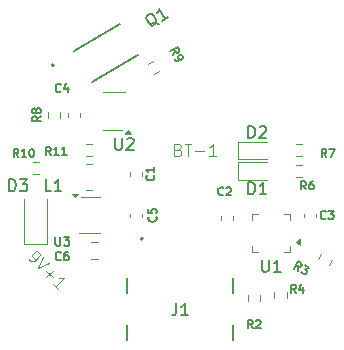
<source format=gbr>
%TF.GenerationSoftware,KiCad,Pcbnew,9.0.6*%
%TF.CreationDate,2026-01-04T02:45:32-08:00*%
%TF.ProjectId,flashlight adapter,666c6173-686c-4696-9768-742061646170,rev?*%
%TF.SameCoordinates,Original*%
%TF.FileFunction,Legend,Top*%
%TF.FilePolarity,Positive*%
%FSLAX46Y46*%
G04 Gerber Fmt 4.6, Leading zero omitted, Abs format (unit mm)*
G04 Created by KiCad (PCBNEW 9.0.6) date 2026-01-04 02:45:32*
%MOMM*%
%LPD*%
G01*
G04 APERTURE LIST*
%ADD10C,0.150000*%
%ADD11C,0.100000*%
%ADD12C,0.120000*%
%ADD13C,0.127000*%
%ADD14C,0.200000*%
G04 APERTURE END LIST*
D10*
X152425595Y-100284819D02*
X152425595Y-101094342D01*
X152425595Y-101094342D02*
X152473214Y-101189580D01*
X152473214Y-101189580D02*
X152520833Y-101237200D01*
X152520833Y-101237200D02*
X152616071Y-101284819D01*
X152616071Y-101284819D02*
X152806547Y-101284819D01*
X152806547Y-101284819D02*
X152901785Y-101237200D01*
X152901785Y-101237200D02*
X152949404Y-101189580D01*
X152949404Y-101189580D02*
X152997023Y-101094342D01*
X152997023Y-101094342D02*
X152997023Y-100284819D01*
X153997023Y-101284819D02*
X153425595Y-101284819D01*
X153711309Y-101284819D02*
X153711309Y-100284819D01*
X153711309Y-100284819D02*
X153616071Y-100427676D01*
X153616071Y-100427676D02*
X153520833Y-100522914D01*
X153520833Y-100522914D02*
X153425595Y-100570533D01*
X143692549Y-80273982D02*
X143586261Y-80280362D01*
X143586261Y-80280362D02*
X143456164Y-80245502D01*
X143456164Y-80245502D02*
X143261017Y-80193213D01*
X143261017Y-80193213D02*
X143154729Y-80199593D01*
X143154729Y-80199593D02*
X143072250Y-80247212D01*
X143232537Y-80429599D02*
X143126249Y-80435978D01*
X143126249Y-80435978D02*
X142996152Y-80401119D01*
X142996152Y-80401119D02*
X142859674Y-80259971D01*
X142859674Y-80259971D02*
X142693008Y-79971296D01*
X142693008Y-79971296D02*
X142639009Y-79782529D01*
X142639009Y-79782529D02*
X142673868Y-79652432D01*
X142673868Y-79652432D02*
X142732537Y-79563573D01*
X142732537Y-79563573D02*
X142897495Y-79468335D01*
X142897495Y-79468335D02*
X143003783Y-79461955D01*
X143003783Y-79461955D02*
X143133880Y-79496815D01*
X143133880Y-79496815D02*
X143270358Y-79637963D01*
X143270358Y-79637963D02*
X143437024Y-79926638D01*
X143437024Y-79926638D02*
X143491023Y-80115405D01*
X143491023Y-80115405D02*
X143456164Y-80245502D01*
X143456164Y-80245502D02*
X143397495Y-80334361D01*
X143397495Y-80334361D02*
X143232537Y-80429599D01*
X144428477Y-79739122D02*
X143933606Y-80024837D01*
X144181041Y-79881980D02*
X143681041Y-79015954D01*
X143681041Y-79015954D02*
X143669991Y-79187291D01*
X143669991Y-79187291D02*
X143635132Y-79317389D01*
X143635132Y-79317389D02*
X143576463Y-79406247D01*
X145166666Y-103954819D02*
X145166666Y-104669104D01*
X145166666Y-104669104D02*
X145119047Y-104811961D01*
X145119047Y-104811961D02*
X145023809Y-104907200D01*
X145023809Y-104907200D02*
X144880952Y-104954819D01*
X144880952Y-104954819D02*
X144785714Y-104954819D01*
X146166666Y-104954819D02*
X145595238Y-104954819D01*
X145880952Y-104954819D02*
X145880952Y-103954819D01*
X145880952Y-103954819D02*
X145785714Y-104097676D01*
X145785714Y-104097676D02*
X145690476Y-104192914D01*
X145690476Y-104192914D02*
X145595238Y-104240533D01*
D11*
X145345238Y-90933609D02*
X145488095Y-90981228D01*
X145488095Y-90981228D02*
X145535714Y-91028847D01*
X145535714Y-91028847D02*
X145583333Y-91124085D01*
X145583333Y-91124085D02*
X145583333Y-91266942D01*
X145583333Y-91266942D02*
X145535714Y-91362180D01*
X145535714Y-91362180D02*
X145488095Y-91409800D01*
X145488095Y-91409800D02*
X145392857Y-91457419D01*
X145392857Y-91457419D02*
X145011905Y-91457419D01*
X145011905Y-91457419D02*
X145011905Y-90457419D01*
X145011905Y-90457419D02*
X145345238Y-90457419D01*
X145345238Y-90457419D02*
X145440476Y-90505038D01*
X145440476Y-90505038D02*
X145488095Y-90552657D01*
X145488095Y-90552657D02*
X145535714Y-90647895D01*
X145535714Y-90647895D02*
X145535714Y-90743133D01*
X145535714Y-90743133D02*
X145488095Y-90838371D01*
X145488095Y-90838371D02*
X145440476Y-90885990D01*
X145440476Y-90885990D02*
X145345238Y-90933609D01*
X145345238Y-90933609D02*
X145011905Y-90933609D01*
X145869048Y-90457419D02*
X146440476Y-90457419D01*
X146154762Y-91457419D02*
X146154762Y-90457419D01*
X146773810Y-91076466D02*
X147535715Y-91076466D01*
X148535714Y-91457419D02*
X147964286Y-91457419D01*
X148250000Y-91457419D02*
X148250000Y-90457419D01*
X148250000Y-90457419D02*
X148154762Y-90600276D01*
X148154762Y-90600276D02*
X148059524Y-90695514D01*
X148059524Y-90695514D02*
X147964286Y-90743133D01*
D10*
X151280655Y-89954819D02*
X151280655Y-88954819D01*
X151280655Y-88954819D02*
X151518750Y-88954819D01*
X151518750Y-88954819D02*
X151661607Y-89002438D01*
X151661607Y-89002438D02*
X151756845Y-89097676D01*
X151756845Y-89097676D02*
X151804464Y-89192914D01*
X151804464Y-89192914D02*
X151852083Y-89383390D01*
X151852083Y-89383390D02*
X151852083Y-89526247D01*
X151852083Y-89526247D02*
X151804464Y-89716723D01*
X151804464Y-89716723D02*
X151756845Y-89811961D01*
X151756845Y-89811961D02*
X151661607Y-89907200D01*
X151661607Y-89907200D02*
X151518750Y-89954819D01*
X151518750Y-89954819D02*
X151280655Y-89954819D01*
X152233036Y-89050057D02*
X152280655Y-89002438D01*
X152280655Y-89002438D02*
X152375893Y-88954819D01*
X152375893Y-88954819D02*
X152613988Y-88954819D01*
X152613988Y-88954819D02*
X152709226Y-89002438D01*
X152709226Y-89002438D02*
X152756845Y-89050057D01*
X152756845Y-89050057D02*
X152804464Y-89145295D01*
X152804464Y-89145295D02*
X152804464Y-89240533D01*
X152804464Y-89240533D02*
X152756845Y-89383390D01*
X152756845Y-89383390D02*
X152185417Y-89954819D01*
X152185417Y-89954819D02*
X152804464Y-89954819D01*
X151280655Y-94704819D02*
X151280655Y-93704819D01*
X151280655Y-93704819D02*
X151518750Y-93704819D01*
X151518750Y-93704819D02*
X151661607Y-93752438D01*
X151661607Y-93752438D02*
X151756845Y-93847676D01*
X151756845Y-93847676D02*
X151804464Y-93942914D01*
X151804464Y-93942914D02*
X151852083Y-94133390D01*
X151852083Y-94133390D02*
X151852083Y-94276247D01*
X151852083Y-94276247D02*
X151804464Y-94466723D01*
X151804464Y-94466723D02*
X151756845Y-94561961D01*
X151756845Y-94561961D02*
X151661607Y-94657200D01*
X151661607Y-94657200D02*
X151518750Y-94704819D01*
X151518750Y-94704819D02*
X151280655Y-94704819D01*
X152804464Y-94704819D02*
X152233036Y-94704819D01*
X152518750Y-94704819D02*
X152518750Y-93704819D01*
X152518750Y-93704819D02*
X152423512Y-93847676D01*
X152423512Y-93847676D02*
X152328274Y-93942914D01*
X152328274Y-93942914D02*
X152233036Y-93990533D01*
X157883333Y-91566033D02*
X157650000Y-91232700D01*
X157483333Y-91566033D02*
X157483333Y-90866033D01*
X157483333Y-90866033D02*
X157750000Y-90866033D01*
X157750000Y-90866033D02*
X157816667Y-90899366D01*
X157816667Y-90899366D02*
X157850000Y-90932700D01*
X157850000Y-90932700D02*
X157883333Y-90999366D01*
X157883333Y-90999366D02*
X157883333Y-91099366D01*
X157883333Y-91099366D02*
X157850000Y-91166033D01*
X157850000Y-91166033D02*
X157816667Y-91199366D01*
X157816667Y-91199366D02*
X157750000Y-91232700D01*
X157750000Y-91232700D02*
X157483333Y-91232700D01*
X158116667Y-90866033D02*
X158583333Y-90866033D01*
X158583333Y-90866033D02*
X158283333Y-91566033D01*
X156152083Y-94316033D02*
X155918750Y-93982700D01*
X155752083Y-94316033D02*
X155752083Y-93616033D01*
X155752083Y-93616033D02*
X156018750Y-93616033D01*
X156018750Y-93616033D02*
X156085417Y-93649366D01*
X156085417Y-93649366D02*
X156118750Y-93682700D01*
X156118750Y-93682700D02*
X156152083Y-93749366D01*
X156152083Y-93749366D02*
X156152083Y-93849366D01*
X156152083Y-93849366D02*
X156118750Y-93916033D01*
X156118750Y-93916033D02*
X156085417Y-93949366D01*
X156085417Y-93949366D02*
X156018750Y-93982700D01*
X156018750Y-93982700D02*
X155752083Y-93982700D01*
X156752083Y-93616033D02*
X156618750Y-93616033D01*
X156618750Y-93616033D02*
X156552083Y-93649366D01*
X156552083Y-93649366D02*
X156518750Y-93682700D01*
X156518750Y-93682700D02*
X156452083Y-93782700D01*
X156452083Y-93782700D02*
X156418750Y-93916033D01*
X156418750Y-93916033D02*
X156418750Y-94182700D01*
X156418750Y-94182700D02*
X156452083Y-94249366D01*
X156452083Y-94249366D02*
X156485417Y-94282700D01*
X156485417Y-94282700D02*
X156552083Y-94316033D01*
X156552083Y-94316033D02*
X156685417Y-94316033D01*
X156685417Y-94316033D02*
X156752083Y-94282700D01*
X156752083Y-94282700D02*
X156785417Y-94249366D01*
X156785417Y-94249366D02*
X156818750Y-94182700D01*
X156818750Y-94182700D02*
X156818750Y-94016033D01*
X156818750Y-94016033D02*
X156785417Y-93949366D01*
X156785417Y-93949366D02*
X156752083Y-93916033D01*
X156752083Y-93916033D02*
X156685417Y-93882700D01*
X156685417Y-93882700D02*
X156552083Y-93882700D01*
X156552083Y-93882700D02*
X156485417Y-93916033D01*
X156485417Y-93916033D02*
X156452083Y-93949366D01*
X156452083Y-93949366D02*
X156418750Y-94016033D01*
X139988095Y-89954819D02*
X139988095Y-90764342D01*
X139988095Y-90764342D02*
X140035714Y-90859580D01*
X140035714Y-90859580D02*
X140083333Y-90907200D01*
X140083333Y-90907200D02*
X140178571Y-90954819D01*
X140178571Y-90954819D02*
X140369047Y-90954819D01*
X140369047Y-90954819D02*
X140464285Y-90907200D01*
X140464285Y-90907200D02*
X140511904Y-90859580D01*
X140511904Y-90859580D02*
X140559523Y-90764342D01*
X140559523Y-90764342D02*
X140559523Y-89954819D01*
X140988095Y-90050057D02*
X141035714Y-90002438D01*
X141035714Y-90002438D02*
X141130952Y-89954819D01*
X141130952Y-89954819D02*
X141369047Y-89954819D01*
X141369047Y-89954819D02*
X141464285Y-90002438D01*
X141464285Y-90002438D02*
X141511904Y-90050057D01*
X141511904Y-90050057D02*
X141559523Y-90145295D01*
X141559523Y-90145295D02*
X141559523Y-90240533D01*
X141559523Y-90240533D02*
X141511904Y-90383390D01*
X141511904Y-90383390D02*
X140940476Y-90954819D01*
X140940476Y-90954819D02*
X141559523Y-90954819D01*
X134549999Y-91416033D02*
X134316666Y-91082700D01*
X134149999Y-91416033D02*
X134149999Y-90716033D01*
X134149999Y-90716033D02*
X134416666Y-90716033D01*
X134416666Y-90716033D02*
X134483333Y-90749366D01*
X134483333Y-90749366D02*
X134516666Y-90782700D01*
X134516666Y-90782700D02*
X134549999Y-90849366D01*
X134549999Y-90849366D02*
X134549999Y-90949366D01*
X134549999Y-90949366D02*
X134516666Y-91016033D01*
X134516666Y-91016033D02*
X134483333Y-91049366D01*
X134483333Y-91049366D02*
X134416666Y-91082700D01*
X134416666Y-91082700D02*
X134149999Y-91082700D01*
X135216666Y-91416033D02*
X134816666Y-91416033D01*
X135016666Y-91416033D02*
X135016666Y-90716033D01*
X135016666Y-90716033D02*
X134949999Y-90816033D01*
X134949999Y-90816033D02*
X134883333Y-90882700D01*
X134883333Y-90882700D02*
X134816666Y-90916033D01*
X135883333Y-91416033D02*
X135483333Y-91416033D01*
X135683333Y-91416033D02*
X135683333Y-90716033D01*
X135683333Y-90716033D02*
X135616666Y-90816033D01*
X135616666Y-90816033D02*
X135550000Y-90882700D01*
X135550000Y-90882700D02*
X135483333Y-90916033D01*
X131799999Y-91566033D02*
X131566666Y-91232700D01*
X131399999Y-91566033D02*
X131399999Y-90866033D01*
X131399999Y-90866033D02*
X131666666Y-90866033D01*
X131666666Y-90866033D02*
X131733333Y-90899366D01*
X131733333Y-90899366D02*
X131766666Y-90932700D01*
X131766666Y-90932700D02*
X131799999Y-90999366D01*
X131799999Y-90999366D02*
X131799999Y-91099366D01*
X131799999Y-91099366D02*
X131766666Y-91166033D01*
X131766666Y-91166033D02*
X131733333Y-91199366D01*
X131733333Y-91199366D02*
X131666666Y-91232700D01*
X131666666Y-91232700D02*
X131399999Y-91232700D01*
X132466666Y-91566033D02*
X132066666Y-91566033D01*
X132266666Y-91566033D02*
X132266666Y-90866033D01*
X132266666Y-90866033D02*
X132199999Y-90966033D01*
X132199999Y-90966033D02*
X132133333Y-91032700D01*
X132133333Y-91032700D02*
X132066666Y-91066033D01*
X132900000Y-90866033D02*
X132966666Y-90866033D01*
X132966666Y-90866033D02*
X133033333Y-90899366D01*
X133033333Y-90899366D02*
X133066666Y-90932700D01*
X133066666Y-90932700D02*
X133100000Y-90999366D01*
X133100000Y-90999366D02*
X133133333Y-91132700D01*
X133133333Y-91132700D02*
X133133333Y-91299366D01*
X133133333Y-91299366D02*
X133100000Y-91432700D01*
X133100000Y-91432700D02*
X133066666Y-91499366D01*
X133066666Y-91499366D02*
X133033333Y-91532700D01*
X133033333Y-91532700D02*
X132966666Y-91566033D01*
X132966666Y-91566033D02*
X132900000Y-91566033D01*
X132900000Y-91566033D02*
X132833333Y-91532700D01*
X132833333Y-91532700D02*
X132800000Y-91499366D01*
X132800000Y-91499366D02*
X132766666Y-91432700D01*
X132766666Y-91432700D02*
X132733333Y-91299366D01*
X132733333Y-91299366D02*
X132733333Y-91132700D01*
X132733333Y-91132700D02*
X132766666Y-90999366D01*
X132766666Y-90999366D02*
X132800000Y-90932700D01*
X132800000Y-90932700D02*
X132833333Y-90899366D01*
X132833333Y-90899366D02*
X132900000Y-90866033D01*
X135383333Y-85999366D02*
X135350000Y-86032700D01*
X135350000Y-86032700D02*
X135250000Y-86066033D01*
X135250000Y-86066033D02*
X135183333Y-86066033D01*
X135183333Y-86066033D02*
X135083333Y-86032700D01*
X135083333Y-86032700D02*
X135016667Y-85966033D01*
X135016667Y-85966033D02*
X134983333Y-85899366D01*
X134983333Y-85899366D02*
X134950000Y-85766033D01*
X134950000Y-85766033D02*
X134950000Y-85666033D01*
X134950000Y-85666033D02*
X134983333Y-85532700D01*
X134983333Y-85532700D02*
X135016667Y-85466033D01*
X135016667Y-85466033D02*
X135083333Y-85399366D01*
X135083333Y-85399366D02*
X135183333Y-85366033D01*
X135183333Y-85366033D02*
X135250000Y-85366033D01*
X135250000Y-85366033D02*
X135350000Y-85399366D01*
X135350000Y-85399366D02*
X135383333Y-85432700D01*
X135983333Y-85599366D02*
X135983333Y-86066033D01*
X135816667Y-85332700D02*
X135650000Y-85832700D01*
X135650000Y-85832700D02*
X136083333Y-85832700D01*
X143249366Y-93116666D02*
X143282700Y-93149999D01*
X143282700Y-93149999D02*
X143316033Y-93249999D01*
X143316033Y-93249999D02*
X143316033Y-93316666D01*
X143316033Y-93316666D02*
X143282700Y-93416666D01*
X143282700Y-93416666D02*
X143216033Y-93483333D01*
X143216033Y-93483333D02*
X143149366Y-93516666D01*
X143149366Y-93516666D02*
X143016033Y-93549999D01*
X143016033Y-93549999D02*
X142916033Y-93549999D01*
X142916033Y-93549999D02*
X142782700Y-93516666D01*
X142782700Y-93516666D02*
X142716033Y-93483333D01*
X142716033Y-93483333D02*
X142649366Y-93416666D01*
X142649366Y-93416666D02*
X142616033Y-93316666D01*
X142616033Y-93316666D02*
X142616033Y-93249999D01*
X142616033Y-93249999D02*
X142649366Y-93149999D01*
X142649366Y-93149999D02*
X142682700Y-93116666D01*
X143316033Y-92449999D02*
X143316033Y-92849999D01*
X143316033Y-92649999D02*
X142616033Y-92649999D01*
X142616033Y-92649999D02*
X142716033Y-92716666D01*
X142716033Y-92716666D02*
X142782700Y-92783333D01*
X142782700Y-92783333D02*
X142816033Y-92849999D01*
X149133333Y-94749366D02*
X149100000Y-94782700D01*
X149100000Y-94782700D02*
X149000000Y-94816033D01*
X149000000Y-94816033D02*
X148933333Y-94816033D01*
X148933333Y-94816033D02*
X148833333Y-94782700D01*
X148833333Y-94782700D02*
X148766667Y-94716033D01*
X148766667Y-94716033D02*
X148733333Y-94649366D01*
X148733333Y-94649366D02*
X148700000Y-94516033D01*
X148700000Y-94516033D02*
X148700000Y-94416033D01*
X148700000Y-94416033D02*
X148733333Y-94282700D01*
X148733333Y-94282700D02*
X148766667Y-94216033D01*
X148766667Y-94216033D02*
X148833333Y-94149366D01*
X148833333Y-94149366D02*
X148933333Y-94116033D01*
X148933333Y-94116033D02*
X149000000Y-94116033D01*
X149000000Y-94116033D02*
X149100000Y-94149366D01*
X149100000Y-94149366D02*
X149133333Y-94182700D01*
X149400000Y-94182700D02*
X149433333Y-94149366D01*
X149433333Y-94149366D02*
X149500000Y-94116033D01*
X149500000Y-94116033D02*
X149666667Y-94116033D01*
X149666667Y-94116033D02*
X149733333Y-94149366D01*
X149733333Y-94149366D02*
X149766667Y-94182700D01*
X149766667Y-94182700D02*
X149800000Y-94249366D01*
X149800000Y-94249366D02*
X149800000Y-94316033D01*
X149800000Y-94316033D02*
X149766667Y-94416033D01*
X149766667Y-94416033D02*
X149366667Y-94816033D01*
X149366667Y-94816033D02*
X149800000Y-94816033D01*
X157813333Y-96749366D02*
X157780000Y-96782700D01*
X157780000Y-96782700D02*
X157680000Y-96816033D01*
X157680000Y-96816033D02*
X157613333Y-96816033D01*
X157613333Y-96816033D02*
X157513333Y-96782700D01*
X157513333Y-96782700D02*
X157446667Y-96716033D01*
X157446667Y-96716033D02*
X157413333Y-96649366D01*
X157413333Y-96649366D02*
X157380000Y-96516033D01*
X157380000Y-96516033D02*
X157380000Y-96416033D01*
X157380000Y-96416033D02*
X157413333Y-96282700D01*
X157413333Y-96282700D02*
X157446667Y-96216033D01*
X157446667Y-96216033D02*
X157513333Y-96149366D01*
X157513333Y-96149366D02*
X157613333Y-96116033D01*
X157613333Y-96116033D02*
X157680000Y-96116033D01*
X157680000Y-96116033D02*
X157780000Y-96149366D01*
X157780000Y-96149366D02*
X157813333Y-96182700D01*
X158046667Y-96116033D02*
X158480000Y-96116033D01*
X158480000Y-96116033D02*
X158246667Y-96382700D01*
X158246667Y-96382700D02*
X158346667Y-96382700D01*
X158346667Y-96382700D02*
X158413333Y-96416033D01*
X158413333Y-96416033D02*
X158446667Y-96449366D01*
X158446667Y-96449366D02*
X158480000Y-96516033D01*
X158480000Y-96516033D02*
X158480000Y-96682700D01*
X158480000Y-96682700D02*
X158446667Y-96749366D01*
X158446667Y-96749366D02*
X158413333Y-96782700D01*
X158413333Y-96782700D02*
X158346667Y-96816033D01*
X158346667Y-96816033D02*
X158146667Y-96816033D01*
X158146667Y-96816033D02*
X158080000Y-96782700D01*
X158080000Y-96782700D02*
X158046667Y-96749366D01*
X143429366Y-96616666D02*
X143462700Y-96649999D01*
X143462700Y-96649999D02*
X143496033Y-96749999D01*
X143496033Y-96749999D02*
X143496033Y-96816666D01*
X143496033Y-96816666D02*
X143462700Y-96916666D01*
X143462700Y-96916666D02*
X143396033Y-96983333D01*
X143396033Y-96983333D02*
X143329366Y-97016666D01*
X143329366Y-97016666D02*
X143196033Y-97049999D01*
X143196033Y-97049999D02*
X143096033Y-97049999D01*
X143096033Y-97049999D02*
X142962700Y-97016666D01*
X142962700Y-97016666D02*
X142896033Y-96983333D01*
X142896033Y-96983333D02*
X142829366Y-96916666D01*
X142829366Y-96916666D02*
X142796033Y-96816666D01*
X142796033Y-96816666D02*
X142796033Y-96749999D01*
X142796033Y-96749999D02*
X142829366Y-96649999D01*
X142829366Y-96649999D02*
X142862700Y-96616666D01*
X142796033Y-95983333D02*
X142796033Y-96316666D01*
X142796033Y-96316666D02*
X143129366Y-96349999D01*
X143129366Y-96349999D02*
X143096033Y-96316666D01*
X143096033Y-96316666D02*
X143062700Y-96249999D01*
X143062700Y-96249999D02*
X143062700Y-96083333D01*
X143062700Y-96083333D02*
X143096033Y-96016666D01*
X143096033Y-96016666D02*
X143129366Y-95983333D01*
X143129366Y-95983333D02*
X143196033Y-95949999D01*
X143196033Y-95949999D02*
X143362700Y-95949999D01*
X143362700Y-95949999D02*
X143429366Y-95983333D01*
X143429366Y-95983333D02*
X143462700Y-96016666D01*
X143462700Y-96016666D02*
X143496033Y-96083333D01*
X143496033Y-96083333D02*
X143496033Y-96249999D01*
X143496033Y-96249999D02*
X143462700Y-96316666D01*
X143462700Y-96316666D02*
X143429366Y-96349999D01*
X155313333Y-103066033D02*
X155080000Y-102732700D01*
X154913333Y-103066033D02*
X154913333Y-102366033D01*
X154913333Y-102366033D02*
X155180000Y-102366033D01*
X155180000Y-102366033D02*
X155246667Y-102399366D01*
X155246667Y-102399366D02*
X155280000Y-102432700D01*
X155280000Y-102432700D02*
X155313333Y-102499366D01*
X155313333Y-102499366D02*
X155313333Y-102599366D01*
X155313333Y-102599366D02*
X155280000Y-102666033D01*
X155280000Y-102666033D02*
X155246667Y-102699366D01*
X155246667Y-102699366D02*
X155180000Y-102732700D01*
X155180000Y-102732700D02*
X154913333Y-102732700D01*
X155913333Y-102599366D02*
X155913333Y-103066033D01*
X155746667Y-102332700D02*
X155580000Y-102832700D01*
X155580000Y-102832700D02*
X156013333Y-102832700D01*
X151633333Y-106066033D02*
X151400000Y-105732700D01*
X151233333Y-106066033D02*
X151233333Y-105366033D01*
X151233333Y-105366033D02*
X151500000Y-105366033D01*
X151500000Y-105366033D02*
X151566667Y-105399366D01*
X151566667Y-105399366D02*
X151600000Y-105432700D01*
X151600000Y-105432700D02*
X151633333Y-105499366D01*
X151633333Y-105499366D02*
X151633333Y-105599366D01*
X151633333Y-105599366D02*
X151600000Y-105666033D01*
X151600000Y-105666033D02*
X151566667Y-105699366D01*
X151566667Y-105699366D02*
X151500000Y-105732700D01*
X151500000Y-105732700D02*
X151233333Y-105732700D01*
X151900000Y-105432700D02*
X151933333Y-105399366D01*
X151933333Y-105399366D02*
X152000000Y-105366033D01*
X152000000Y-105366033D02*
X152166667Y-105366033D01*
X152166667Y-105366033D02*
X152233333Y-105399366D01*
X152233333Y-105399366D02*
X152266667Y-105432700D01*
X152266667Y-105432700D02*
X152300000Y-105499366D01*
X152300000Y-105499366D02*
X152300000Y-105566033D01*
X152300000Y-105566033D02*
X152266667Y-105666033D01*
X152266667Y-105666033D02*
X151866667Y-106066033D01*
X151866667Y-106066033D02*
X152300000Y-106066033D01*
X133676033Y-88116666D02*
X133342700Y-88349999D01*
X133676033Y-88516666D02*
X132976033Y-88516666D01*
X132976033Y-88516666D02*
X132976033Y-88249999D01*
X132976033Y-88249999D02*
X133009366Y-88183333D01*
X133009366Y-88183333D02*
X133042700Y-88149999D01*
X133042700Y-88149999D02*
X133109366Y-88116666D01*
X133109366Y-88116666D02*
X133209366Y-88116666D01*
X133209366Y-88116666D02*
X133276033Y-88149999D01*
X133276033Y-88149999D02*
X133309366Y-88183333D01*
X133309366Y-88183333D02*
X133342700Y-88249999D01*
X133342700Y-88249999D02*
X133342700Y-88516666D01*
X133276033Y-87716666D02*
X133242700Y-87783333D01*
X133242700Y-87783333D02*
X133209366Y-87816666D01*
X133209366Y-87816666D02*
X133142700Y-87849999D01*
X133142700Y-87849999D02*
X133109366Y-87849999D01*
X133109366Y-87849999D02*
X133042700Y-87816666D01*
X133042700Y-87816666D02*
X133009366Y-87783333D01*
X133009366Y-87783333D02*
X132976033Y-87716666D01*
X132976033Y-87716666D02*
X132976033Y-87583333D01*
X132976033Y-87583333D02*
X133009366Y-87516666D01*
X133009366Y-87516666D02*
X133042700Y-87483333D01*
X133042700Y-87483333D02*
X133109366Y-87449999D01*
X133109366Y-87449999D02*
X133142700Y-87449999D01*
X133142700Y-87449999D02*
X133209366Y-87483333D01*
X133209366Y-87483333D02*
X133242700Y-87516666D01*
X133242700Y-87516666D02*
X133276033Y-87583333D01*
X133276033Y-87583333D02*
X133276033Y-87716666D01*
X133276033Y-87716666D02*
X133309366Y-87783333D01*
X133309366Y-87783333D02*
X133342700Y-87816666D01*
X133342700Y-87816666D02*
X133409366Y-87849999D01*
X133409366Y-87849999D02*
X133542700Y-87849999D01*
X133542700Y-87849999D02*
X133609366Y-87816666D01*
X133609366Y-87816666D02*
X133642700Y-87783333D01*
X133642700Y-87783333D02*
X133676033Y-87716666D01*
X133676033Y-87716666D02*
X133676033Y-87583333D01*
X133676033Y-87583333D02*
X133642700Y-87516666D01*
X133642700Y-87516666D02*
X133609366Y-87483333D01*
X133609366Y-87483333D02*
X133542700Y-87449999D01*
X133542700Y-87449999D02*
X133409366Y-87449999D01*
X133409366Y-87449999D02*
X133342700Y-87483333D01*
X133342700Y-87483333D02*
X133309366Y-87516666D01*
X133309366Y-87516666D02*
X133276033Y-87583333D01*
X155490947Y-101215359D02*
X155455541Y-100810017D01*
X155144537Y-101015359D02*
X155494537Y-100409141D01*
X155494537Y-100409141D02*
X155725477Y-100542475D01*
X155725477Y-100542475D02*
X155766545Y-100604676D01*
X155766545Y-100604676D02*
X155778746Y-100650210D01*
X155778746Y-100650210D02*
X155774280Y-100724611D01*
X155774280Y-100724611D02*
X155724280Y-100811214D01*
X155724280Y-100811214D02*
X155662079Y-100852282D01*
X155662079Y-100852282D02*
X155616545Y-100864483D01*
X155616545Y-100864483D02*
X155542143Y-100860017D01*
X155542143Y-100860017D02*
X155311203Y-100726684D01*
X156043019Y-100725808D02*
X156418297Y-100942475D01*
X156418297Y-100942475D02*
X156082891Y-101056748D01*
X156082891Y-101056748D02*
X156169494Y-101106748D01*
X156169494Y-101106748D02*
X156210562Y-101168949D01*
X156210562Y-101168949D02*
X156222763Y-101214483D01*
X156222763Y-101214483D02*
X156218297Y-101288885D01*
X156218297Y-101288885D02*
X156134964Y-101433223D01*
X156134964Y-101433223D02*
X156072763Y-101474291D01*
X156072763Y-101474291D02*
X156027229Y-101486492D01*
X156027229Y-101486492D02*
X155952827Y-101482026D01*
X155952827Y-101482026D02*
X155779622Y-101382026D01*
X155779622Y-101382026D02*
X155738554Y-101319825D01*
X155738554Y-101319825D02*
X155726353Y-101274291D01*
X144867973Y-82956980D02*
X145039982Y-82588241D01*
X144667973Y-82610570D02*
X145274191Y-82260570D01*
X145274191Y-82260570D02*
X145407525Y-82491510D01*
X145407525Y-82491510D02*
X145411990Y-82565912D01*
X145411990Y-82565912D02*
X145399790Y-82611446D01*
X145399790Y-82611446D02*
X145358721Y-82673647D01*
X145358721Y-82673647D02*
X145272119Y-82723647D01*
X145272119Y-82723647D02*
X145197717Y-82728113D01*
X145197717Y-82728113D02*
X145152183Y-82715912D01*
X145152183Y-82715912D02*
X145089982Y-82674843D01*
X145089982Y-82674843D02*
X144956649Y-82443903D01*
X145034640Y-83245655D02*
X145101307Y-83361125D01*
X145101307Y-83361125D02*
X145163508Y-83402194D01*
X145163508Y-83402194D02*
X145209042Y-83414395D01*
X145209042Y-83414395D02*
X145328978Y-83422130D01*
X145328978Y-83422130D02*
X145461114Y-83384330D01*
X145461114Y-83384330D02*
X145692055Y-83250997D01*
X145692055Y-83250997D02*
X145733123Y-83188796D01*
X145733123Y-83188796D02*
X145745324Y-83143262D01*
X145745324Y-83143262D02*
X145740858Y-83068860D01*
X145740858Y-83068860D02*
X145674191Y-82953390D01*
X145674191Y-82953390D02*
X145611990Y-82912322D01*
X145611990Y-82912322D02*
X145566456Y-82900121D01*
X145566456Y-82900121D02*
X145492055Y-82904587D01*
X145492055Y-82904587D02*
X145347717Y-82987920D01*
X145347717Y-82987920D02*
X145306649Y-83050121D01*
X145306649Y-83050121D02*
X145294448Y-83095655D01*
X145294448Y-83095655D02*
X145298914Y-83170057D01*
X145298914Y-83170057D02*
X145365580Y-83285527D01*
X145365580Y-83285527D02*
X145427781Y-83326595D01*
X145427781Y-83326595D02*
X145473315Y-83338796D01*
X145473315Y-83338796D02*
X145547717Y-83334330D01*
X134919428Y-98332715D02*
X134919428Y-98949572D01*
X134919428Y-98949572D02*
X134955714Y-99022144D01*
X134955714Y-99022144D02*
X134992000Y-99058430D01*
X134992000Y-99058430D02*
X135064571Y-99094715D01*
X135064571Y-99094715D02*
X135209714Y-99094715D01*
X135209714Y-99094715D02*
X135282285Y-99058430D01*
X135282285Y-99058430D02*
X135318571Y-99022144D01*
X135318571Y-99022144D02*
X135354857Y-98949572D01*
X135354857Y-98949572D02*
X135354857Y-98332715D01*
X135645143Y-98332715D02*
X136116857Y-98332715D01*
X136116857Y-98332715D02*
X135862857Y-98623001D01*
X135862857Y-98623001D02*
X135971714Y-98623001D01*
X135971714Y-98623001D02*
X136044286Y-98659287D01*
X136044286Y-98659287D02*
X136080571Y-98695572D01*
X136080571Y-98695572D02*
X136116857Y-98768144D01*
X136116857Y-98768144D02*
X136116857Y-98949572D01*
X136116857Y-98949572D02*
X136080571Y-99022144D01*
X136080571Y-99022144D02*
X136044286Y-99058430D01*
X136044286Y-99058430D02*
X135971714Y-99094715D01*
X135971714Y-99094715D02*
X135754000Y-99094715D01*
X135754000Y-99094715D02*
X135681428Y-99058430D01*
X135681428Y-99058430D02*
X135645143Y-99022144D01*
X131011905Y-94454819D02*
X131011905Y-93454819D01*
X131011905Y-93454819D02*
X131250000Y-93454819D01*
X131250000Y-93454819D02*
X131392857Y-93502438D01*
X131392857Y-93502438D02*
X131488095Y-93597676D01*
X131488095Y-93597676D02*
X131535714Y-93692914D01*
X131535714Y-93692914D02*
X131583333Y-93883390D01*
X131583333Y-93883390D02*
X131583333Y-94026247D01*
X131583333Y-94026247D02*
X131535714Y-94216723D01*
X131535714Y-94216723D02*
X131488095Y-94311961D01*
X131488095Y-94311961D02*
X131392857Y-94407200D01*
X131392857Y-94407200D02*
X131250000Y-94454819D01*
X131250000Y-94454819D02*
X131011905Y-94454819D01*
X131916667Y-93454819D02*
X132535714Y-93454819D01*
X132535714Y-93454819D02*
X132202381Y-93835771D01*
X132202381Y-93835771D02*
X132345238Y-93835771D01*
X132345238Y-93835771D02*
X132440476Y-93883390D01*
X132440476Y-93883390D02*
X132488095Y-93931009D01*
X132488095Y-93931009D02*
X132535714Y-94026247D01*
X132535714Y-94026247D02*
X132535714Y-94264342D01*
X132535714Y-94264342D02*
X132488095Y-94359580D01*
X132488095Y-94359580D02*
X132440476Y-94407200D01*
X132440476Y-94407200D02*
X132345238Y-94454819D01*
X132345238Y-94454819D02*
X132059524Y-94454819D01*
X132059524Y-94454819D02*
X131964286Y-94407200D01*
X131964286Y-94407200D02*
X131916667Y-94359580D01*
X134583333Y-94454819D02*
X134107143Y-94454819D01*
X134107143Y-94454819D02*
X134107143Y-93454819D01*
X135440476Y-94454819D02*
X134869048Y-94454819D01*
X135154762Y-94454819D02*
X135154762Y-93454819D01*
X135154762Y-93454819D02*
X135059524Y-93597676D01*
X135059524Y-93597676D02*
X134964286Y-93692914D01*
X134964286Y-93692914D02*
X134869048Y-93740533D01*
X135383333Y-100249366D02*
X135350000Y-100282700D01*
X135350000Y-100282700D02*
X135250000Y-100316033D01*
X135250000Y-100316033D02*
X135183333Y-100316033D01*
X135183333Y-100316033D02*
X135083333Y-100282700D01*
X135083333Y-100282700D02*
X135016667Y-100216033D01*
X135016667Y-100216033D02*
X134983333Y-100149366D01*
X134983333Y-100149366D02*
X134950000Y-100016033D01*
X134950000Y-100016033D02*
X134950000Y-99916033D01*
X134950000Y-99916033D02*
X134983333Y-99782700D01*
X134983333Y-99782700D02*
X135016667Y-99716033D01*
X135016667Y-99716033D02*
X135083333Y-99649366D01*
X135083333Y-99649366D02*
X135183333Y-99616033D01*
X135183333Y-99616033D02*
X135250000Y-99616033D01*
X135250000Y-99616033D02*
X135350000Y-99649366D01*
X135350000Y-99649366D02*
X135383333Y-99682700D01*
X135983333Y-99616033D02*
X135850000Y-99616033D01*
X135850000Y-99616033D02*
X135783333Y-99649366D01*
X135783333Y-99649366D02*
X135750000Y-99682700D01*
X135750000Y-99682700D02*
X135683333Y-99782700D01*
X135683333Y-99782700D02*
X135650000Y-99916033D01*
X135650000Y-99916033D02*
X135650000Y-100182700D01*
X135650000Y-100182700D02*
X135683333Y-100249366D01*
X135683333Y-100249366D02*
X135716667Y-100282700D01*
X135716667Y-100282700D02*
X135783333Y-100316033D01*
X135783333Y-100316033D02*
X135916667Y-100316033D01*
X135916667Y-100316033D02*
X135983333Y-100282700D01*
X135983333Y-100282700D02*
X136016667Y-100249366D01*
X136016667Y-100249366D02*
X136050000Y-100182700D01*
X136050000Y-100182700D02*
X136050000Y-100016033D01*
X136050000Y-100016033D02*
X136016667Y-99949366D01*
X136016667Y-99949366D02*
X135983333Y-99916033D01*
X135983333Y-99916033D02*
X135916667Y-99882700D01*
X135916667Y-99882700D02*
X135783333Y-99882700D01*
X135783333Y-99882700D02*
X135716667Y-99916033D01*
X135716667Y-99916033D02*
X135683333Y-99949366D01*
X135683333Y-99949366D02*
X135650000Y-100016033D01*
D11*
X132664372Y-100211261D02*
X132799059Y-100345948D01*
X132799059Y-100345948D02*
X132900075Y-100379619D01*
X132900075Y-100379619D02*
X132967418Y-100379619D01*
X132967418Y-100379619D02*
X133135777Y-100345948D01*
X133135777Y-100345948D02*
X133304136Y-100244932D01*
X133304136Y-100244932D02*
X133573510Y-99975558D01*
X133573510Y-99975558D02*
X133607181Y-99874543D01*
X133607181Y-99874543D02*
X133607181Y-99807200D01*
X133607181Y-99807200D02*
X133573510Y-99706184D01*
X133573510Y-99706184D02*
X133438823Y-99571497D01*
X133438823Y-99571497D02*
X133337807Y-99537826D01*
X133337807Y-99537826D02*
X133270464Y-99537826D01*
X133270464Y-99537826D02*
X133169449Y-99571497D01*
X133169449Y-99571497D02*
X133001090Y-99739856D01*
X133001090Y-99739856D02*
X132967418Y-99840871D01*
X132967418Y-99840871D02*
X132967418Y-99908215D01*
X132967418Y-99908215D02*
X133001090Y-100009230D01*
X133001090Y-100009230D02*
X133135777Y-100143917D01*
X133135777Y-100143917D02*
X133236792Y-100177589D01*
X133236792Y-100177589D02*
X133304136Y-100177589D01*
X133304136Y-100177589D02*
X133405151Y-100143917D01*
X133910227Y-100042902D02*
X133438823Y-100985711D01*
X133438823Y-100985711D02*
X134381632Y-100514306D01*
X134179601Y-101187741D02*
X134718349Y-101726490D01*
X134179601Y-101726490D02*
X134718349Y-101187741D01*
X135156082Y-102702970D02*
X134752021Y-102298909D01*
X134954051Y-102500940D02*
X135661158Y-101793833D01*
X135661158Y-101793833D02*
X135492799Y-101827505D01*
X135492799Y-101827505D02*
X135358112Y-101827505D01*
X135358112Y-101827505D02*
X135257097Y-101793833D01*
D12*
%TO.C,U1*%
X154797500Y-99610000D02*
X154322500Y-99610000D01*
X154797500Y-99135000D02*
X154797500Y-99610000D01*
X154797500Y-96390000D02*
X154797500Y-96865000D01*
X154322500Y-96390000D02*
X154797500Y-96390000D01*
X152052500Y-99610000D02*
X151577500Y-99610000D01*
X151577500Y-99610000D02*
X151577500Y-99135000D01*
X151577500Y-96865000D02*
X151577500Y-96390000D01*
X151577500Y-96390000D02*
X152052500Y-96390000D01*
X155657500Y-98990000D02*
X155327500Y-98750000D01*
X155657500Y-98510000D01*
X155657500Y-98990000D01*
G36*
X155657500Y-98990000D02*
G01*
X155327500Y-98750000D01*
X155657500Y-98510000D01*
X155657500Y-98990000D01*
G37*
D13*
%TO.C,Q1*%
X136543943Y-82562972D02*
X140441057Y-80312972D01*
X138058943Y-85187028D02*
X141956057Y-82937028D01*
D14*
X134817347Y-83779215D02*
G75*
G02*
X134617347Y-83779215I-100000J0D01*
G01*
X134617347Y-83779215D02*
G75*
G02*
X134817347Y-83779215I100000J0D01*
G01*
%TO.C,J1*%
X142350000Y-98500000D02*
G75*
G02*
X142150000Y-98500000I-100000J0D01*
G01*
X142150000Y-98500000D02*
G75*
G02*
X142350000Y-98500000I100000J0D01*
G01*
X149970000Y-107100000D02*
X149970000Y-105820000D01*
X149970000Y-101850000D02*
X149970000Y-103100000D01*
X141030000Y-105820000D02*
X141030000Y-107100000D01*
X141030000Y-101850000D02*
X141030000Y-103100000D01*
D12*
%TO.C,D2*%
X152818750Y-90265000D02*
X150358750Y-90265000D01*
X150358750Y-91735000D02*
X152818750Y-91735000D01*
X150358750Y-90265000D02*
X150358750Y-91735000D01*
%TO.C,D1*%
X152818750Y-92015000D02*
X150358750Y-92015000D01*
X150358750Y-93485000D02*
X152818750Y-93485000D01*
X150358750Y-92015000D02*
X150358750Y-93485000D01*
%TO.C,R7*%
X155264026Y-91522500D02*
X155773474Y-91522500D01*
X155264026Y-90477500D02*
X155773474Y-90477500D01*
%TO.C,R6*%
X155264026Y-92227500D02*
X155773474Y-92227500D01*
X155264026Y-93272500D02*
X155773474Y-93272500D01*
%TO.C,U2*%
X140800000Y-86090000D02*
X139000000Y-86090000D01*
X139800000Y-89310000D02*
X140600000Y-89310000D01*
X139800000Y-89310000D02*
X139000000Y-89310000D01*
X141340000Y-89590000D02*
X140860000Y-89590000D01*
X141100000Y-89260000D01*
X141340000Y-89590000D01*
G36*
X141340000Y-89590000D02*
G01*
X140860000Y-89590000D01*
X141100000Y-89260000D01*
X141340000Y-89590000D01*
G37*
%TO.C,R11*%
X137495276Y-90477500D02*
X138004724Y-90477500D01*
X137495276Y-91522500D02*
X138004724Y-91522500D01*
%TO.C,R10*%
X132995276Y-91977500D02*
X133504724Y-91977500D01*
X132995276Y-93022500D02*
X133504724Y-93022500D01*
%TO.C,C4*%
X136030000Y-87853733D02*
X136030000Y-88146267D01*
X137050000Y-87853733D02*
X137050000Y-88146267D01*
%TO.C,C1*%
X142260000Y-93146267D02*
X142260000Y-92853733D01*
X141240000Y-93146267D02*
X141240000Y-92853733D01*
%TO.C,C2*%
X150010000Y-96896267D02*
X150010000Y-96603733D01*
X148990000Y-96896267D02*
X148990000Y-96603733D01*
%TO.C,C3*%
X155990000Y-96353733D02*
X155990000Y-96646267D01*
X157010000Y-96353733D02*
X157010000Y-96646267D01*
%TO.C,C5*%
X141240000Y-96353733D02*
X141240000Y-96646267D01*
X142260000Y-96353733D02*
X142260000Y-96646267D01*
%TO.C,R4*%
X153477500Y-102995276D02*
X153477500Y-103504724D01*
X154522500Y-102995276D02*
X154522500Y-103504724D01*
%TO.C,R2*%
X151227500Y-103245276D02*
X151227500Y-103754724D01*
X152272500Y-103245276D02*
X152272500Y-103754724D01*
%TO.C,R8*%
X135312500Y-88254724D02*
X135312500Y-87745276D01*
X134267500Y-88254724D02*
X134267500Y-87745276D01*
%TO.C,R3*%
X158075137Y-100731847D02*
X158329860Y-100290652D01*
X157170140Y-100209348D02*
X157424863Y-99768153D01*
%TO.C,R9*%
X143290653Y-84579860D02*
X143731848Y-84325137D01*
X142768152Y-83674863D02*
X143209347Y-83420140D01*
%TO.C,U3*%
X136570000Y-94990000D02*
X136330000Y-94660000D01*
X136810000Y-94660000D01*
X136570000Y-94990000D01*
G36*
X136570000Y-94990000D02*
G01*
X136330000Y-94660000D01*
X136810000Y-94660000D01*
X136570000Y-94990000D01*
G37*
X137870000Y-94940000D02*
X138670000Y-94940000D01*
X137870000Y-94940000D02*
X137070000Y-94940000D01*
X136910000Y-98010000D02*
X138670000Y-98010000D01*
%TO.C,D3*%
X132250000Y-98960000D02*
X134250000Y-98960000D01*
X132250000Y-98960000D02*
X132250000Y-95100000D01*
X134250000Y-98960000D02*
X134250000Y-95100000D01*
%TO.C,L1*%
X138011252Y-94360000D02*
X137488748Y-94360000D01*
X138011252Y-92140000D02*
X137488748Y-92140000D01*
%TO.C,C6*%
X137988748Y-98765000D02*
X138511252Y-98765000D01*
X137988748Y-100235000D02*
X138511252Y-100235000D01*
%TD*%
M02*

</source>
